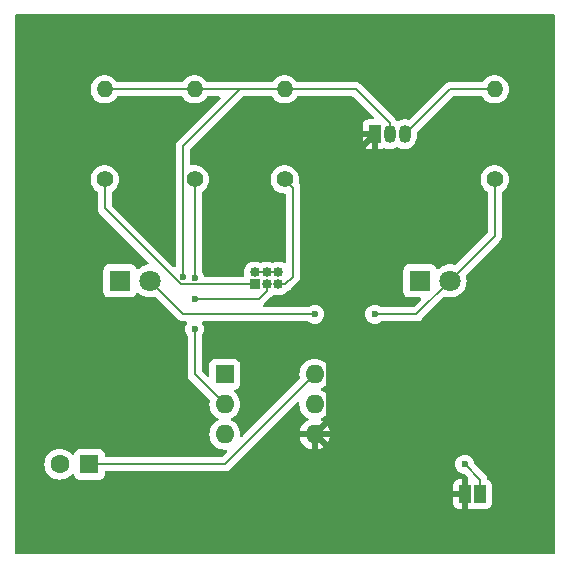
<source format=gbr>
%TF.GenerationSoftware,KiCad,Pcbnew,8.0.6*%
%TF.CreationDate,2025-05-05T14:00:36-04:00*%
%TF.ProjectId,blinkingLight,626c696e-6b69-46e6-974c-696768742e6b,rev?*%
%TF.SameCoordinates,Original*%
%TF.FileFunction,Copper,L1,Top*%
%TF.FilePolarity,Positive*%
%FSLAX46Y46*%
G04 Gerber Fmt 4.6, Leading zero omitted, Abs format (unit mm)*
G04 Created by KiCad (PCBNEW 8.0.6) date 2025-05-05 14:00:36*
%MOMM*%
%LPD*%
G01*
G04 APERTURE LIST*
%TA.AperFunction,ComponentPad*%
%ADD10R,1.600000X1.600000*%
%TD*%
%TA.AperFunction,ComponentPad*%
%ADD11C,1.600000*%
%TD*%
%TA.AperFunction,ComponentPad*%
%ADD12C,1.400000*%
%TD*%
%TA.AperFunction,ComponentPad*%
%ADD13O,1.400000X1.400000*%
%TD*%
%TA.AperFunction,ComponentPad*%
%ADD14R,0.850000X0.850000*%
%TD*%
%TA.AperFunction,ComponentPad*%
%ADD15O,0.850000X0.850000*%
%TD*%
%TA.AperFunction,ComponentPad*%
%ADD16O,1.600000X1.600000*%
%TD*%
%TA.AperFunction,SMDPad,CuDef*%
%ADD17R,1.000000X1.500000*%
%TD*%
%TA.AperFunction,ComponentPad*%
%ADD18R,1.800000X1.800000*%
%TD*%
%TA.AperFunction,ComponentPad*%
%ADD19C,1.800000*%
%TD*%
%TA.AperFunction,ComponentPad*%
%ADD20R,1.050000X1.500000*%
%TD*%
%TA.AperFunction,ComponentPad*%
%ADD21O,1.050000X1.500000*%
%TD*%
%TA.AperFunction,ViaPad*%
%ADD22C,0.600000*%
%TD*%
%TA.AperFunction,Conductor*%
%ADD23C,0.200000*%
%TD*%
%TA.AperFunction,Conductor*%
%ADD24C,0.500000*%
%TD*%
G04 APERTURE END LIST*
D10*
%TO.P,C1,1*%
%TO.N,Net-(U1-THR)*%
X110450000Y-116840000D03*
D11*
%TO.P,C1,2*%
%TO.N,GND*%
X107950000Y-116840000D03*
%TD*%
D12*
%TO.P,R4,1*%
%TO.N,Net-(D1-A)*%
X144780000Y-92710000D03*
D13*
%TO.P,R4,2*%
%TO.N,Net-(Q1-E)*%
X144780000Y-85090000D03*
%TD*%
D12*
%TO.P,R1,1*%
%TO.N,Net-(J1-Pin_1)*%
X111760000Y-92710000D03*
D13*
%TO.P,R1,2*%
%TO.N,Net-(Q1-B)*%
X111760000Y-85090000D03*
%TD*%
D12*
%TO.P,R2,1*%
%TO.N,Net-(J1-Pin_3)*%
X119380000Y-92710000D03*
D13*
%TO.P,R2,2*%
%TO.N,Net-(Q1-B)*%
X119380000Y-85090000D03*
%TD*%
%TO.P,R3,2*%
%TO.N,Net-(Q1-B)*%
X127000000Y-85090000D03*
D12*
%TO.P,R3,1*%
%TO.N,Net-(J1-Pin_5)*%
X127000000Y-92710000D03*
%TD*%
D14*
%TO.P,J1,1,Pin_1*%
%TO.N,Net-(J1-Pin_1)*%
X124460000Y-101600000D03*
D15*
%TO.P,J1,2,Pin_2*%
%TO.N,Net-(J1-Pin_2)*%
X124460000Y-100600000D03*
%TO.P,J1,3,Pin_3*%
%TO.N,Net-(J1-Pin_3)*%
X125460000Y-101600000D03*
%TO.P,J1,4,Pin_4*%
%TO.N,Net-(J1-Pin_2)*%
X125460000Y-100600000D03*
%TO.P,J1,5,Pin_5*%
%TO.N,Net-(J1-Pin_5)*%
X126460000Y-101600000D03*
%TO.P,J1,6,Pin_6*%
%TO.N,Net-(J1-Pin_2)*%
X126460000Y-100600000D03*
%TD*%
D10*
%TO.P,U1,1,GND*%
%TO.N,GND*%
X121920000Y-109220000D03*
D16*
%TO.P,U1,2,TR*%
%TO.N,Net-(Q1-B)*%
X121920000Y-111760000D03*
%TO.P,U1,3,Q*%
%TO.N,Net-(J1-Pin_2)*%
X121920000Y-114300000D03*
%TO.P,U1,4,R*%
%TO.N,+9V*%
X129540000Y-114300000D03*
%TO.P,U1,5,CV*%
%TO.N,unconnected-(U1-CV-Pad5)*%
X129540000Y-111760000D03*
%TO.P,U1,6,THR*%
%TO.N,Net-(U1-THR)*%
X129540000Y-109220000D03*
%TD*%
D17*
%TO.P,J2,1,Pin_1*%
%TO.N,+9V*%
X142240000Y-119380000D03*
%TO.P,J2,2,Pin_2*%
%TO.N,GND*%
X143540000Y-119380000D03*
%TD*%
D18*
%TO.P,D1,1,K*%
%TO.N,GND*%
X113050000Y-101305000D03*
D19*
%TO.P,D1,2,A*%
%TO.N,Net-(D1-A)*%
X115590000Y-101305000D03*
%TD*%
D18*
%TO.P,D2,1,K*%
%TO.N,GND*%
X138450000Y-101305000D03*
D19*
%TO.P,D2,2,A*%
%TO.N,Net-(D1-A)*%
X140990000Y-101305000D03*
%TD*%
D20*
%TO.P,Q1,1,C*%
%TO.N,+9V*%
X134620000Y-88900000D03*
D21*
%TO.P,Q1,2,B*%
%TO.N,Net-(Q1-B)*%
X135890000Y-88900000D03*
%TO.P,Q1,3,E*%
%TO.N,Net-(Q1-E)*%
X137160000Y-88900000D03*
%TD*%
D22*
%TO.N,Net-(J1-Pin_3)*%
X119380000Y-102870000D03*
X119380000Y-101050000D03*
%TO.N,Net-(Q1-B)*%
X119380000Y-105410000D03*
X118380000Y-101000000D03*
%TO.N,GND*%
X142240000Y-116840000D03*
%TO.N,Net-(D1-A)*%
X129540000Y-104140000D03*
X134620000Y-104140000D03*
%TD*%
D23*
%TO.N,Net-(Q1-E)*%
X140970000Y-85090000D02*
X137160000Y-88900000D01*
X144780000Y-85090000D02*
X140970000Y-85090000D01*
%TO.N,Net-(D1-A)*%
X144780000Y-97515000D02*
X144780000Y-92710000D01*
X140990000Y-101305000D02*
X144780000Y-97515000D01*
%TO.N,Net-(J1-Pin_3)*%
X125460000Y-102201040D02*
X125460000Y-101600000D01*
X124791040Y-102870000D02*
X125460000Y-102201040D01*
X119380000Y-102870000D02*
X124791040Y-102870000D01*
X119380000Y-92710000D02*
X119380000Y-101050000D01*
%TO.N,Net-(J1-Pin_1)*%
X111760000Y-95157818D02*
X118202182Y-101600000D01*
X111760000Y-92710000D02*
X111760000Y-95157818D01*
X118202182Y-101600000D02*
X124460000Y-101600000D01*
%TO.N,Net-(Q1-B)*%
X111760000Y-85090000D02*
X127000000Y-85090000D01*
D24*
%TO.N,+9V*%
X130740000Y-92780000D02*
X134620000Y-88900000D01*
X130740000Y-113100000D02*
X130740000Y-92780000D01*
X129540000Y-114300000D02*
X130740000Y-113100000D01*
D23*
%TO.N,Net-(J1-Pin_5)*%
X127061040Y-101600000D02*
X126460000Y-101600000D01*
X127700000Y-100961040D02*
X127061040Y-101600000D01*
X127000000Y-92710000D02*
X127700000Y-93410000D01*
X127700000Y-93410000D02*
X127700000Y-100961040D01*
%TO.N,Net-(Q1-B)*%
X119380000Y-109220000D02*
X121920000Y-111760000D01*
X119380000Y-105410000D02*
X119380000Y-109220000D01*
X118380000Y-89900000D02*
X118380000Y-101000000D01*
X118380000Y-89900000D02*
X123190000Y-85090000D01*
X127000000Y-85090000D02*
X123190000Y-85090000D01*
X133030000Y-85090000D02*
X135890000Y-87950000D01*
X127000000Y-85090000D02*
X133030000Y-85090000D01*
X135890000Y-87950000D02*
X135890000Y-88900000D01*
%TO.N,Net-(U1-THR)*%
X110450000Y-116840000D02*
X121920000Y-116840000D01*
X121920000Y-116840000D02*
X129540000Y-109220000D01*
D24*
%TO.N,+9V*%
X134620000Y-119380000D02*
X129540000Y-114300000D01*
X142240000Y-119380000D02*
X134620000Y-119380000D01*
D23*
%TO.N,GND*%
X142240000Y-116840000D02*
X143540000Y-118140000D01*
X143540000Y-118140000D02*
X143540000Y-119380000D01*
%TO.N,Net-(J1-Pin_2)*%
X124460000Y-100600000D02*
X126460000Y-100600000D01*
%TO.N,Net-(D1-A)*%
X118425000Y-104140000D02*
X115590000Y-101305000D01*
X129540000Y-104140000D02*
X118425000Y-104140000D01*
X138155000Y-104140000D02*
X134620000Y-104140000D01*
X138155000Y-104140000D02*
X140990000Y-101305000D01*
%TD*%
%TA.AperFunction,Conductor*%
%TO.N,+9V*%
G36*
X149803039Y-78759685D02*
G01*
X149848794Y-78812489D01*
X149860000Y-78864000D01*
X149860000Y-124336000D01*
X149840315Y-124403039D01*
X149787511Y-124448794D01*
X149736000Y-124460000D01*
X104264000Y-124460000D01*
X104196961Y-124440315D01*
X104151206Y-124387511D01*
X104140000Y-124336000D01*
X104140000Y-120177844D01*
X141240000Y-120177844D01*
X141246401Y-120237372D01*
X141246403Y-120237379D01*
X141296645Y-120372086D01*
X141296649Y-120372093D01*
X141382809Y-120487187D01*
X141382812Y-120487190D01*
X141497906Y-120573350D01*
X141497913Y-120573354D01*
X141632620Y-120623596D01*
X141632627Y-120623598D01*
X141692155Y-120629999D01*
X141692172Y-120630000D01*
X141990000Y-120630000D01*
X141990000Y-119630000D01*
X141240000Y-119630000D01*
X141240000Y-120177844D01*
X104140000Y-120177844D01*
X104140000Y-118582155D01*
X141240000Y-118582155D01*
X141240000Y-119130000D01*
X141990000Y-119130000D01*
X141990000Y-118130000D01*
X141692155Y-118130000D01*
X141632627Y-118136401D01*
X141632620Y-118136403D01*
X141497913Y-118186645D01*
X141497906Y-118186649D01*
X141382812Y-118272809D01*
X141382809Y-118272812D01*
X141296649Y-118387906D01*
X141296645Y-118387913D01*
X141246403Y-118522620D01*
X141246401Y-118522627D01*
X141240000Y-118582155D01*
X104140000Y-118582155D01*
X104140000Y-116839998D01*
X106644532Y-116839998D01*
X106644532Y-116840001D01*
X106664364Y-117066686D01*
X106664366Y-117066697D01*
X106723258Y-117286488D01*
X106723261Y-117286497D01*
X106819431Y-117492732D01*
X106819432Y-117492734D01*
X106949954Y-117679141D01*
X107110858Y-117840045D01*
X107110861Y-117840047D01*
X107297266Y-117970568D01*
X107503504Y-118066739D01*
X107503509Y-118066740D01*
X107503511Y-118066741D01*
X107545348Y-118077951D01*
X107723308Y-118125635D01*
X107885230Y-118139801D01*
X107949998Y-118145468D01*
X107950000Y-118145468D01*
X107950002Y-118145468D01*
X108006807Y-118140498D01*
X108176692Y-118125635D01*
X108396496Y-118066739D01*
X108602734Y-117970568D01*
X108789139Y-117840047D01*
X108946274Y-117682911D01*
X109007596Y-117649428D01*
X109077287Y-117654412D01*
X109133221Y-117696283D01*
X109154629Y-117742070D01*
X109155908Y-117747480D01*
X109206202Y-117882328D01*
X109206206Y-117882335D01*
X109292452Y-117997544D01*
X109292455Y-117997547D01*
X109407664Y-118083793D01*
X109407671Y-118083797D01*
X109542517Y-118134091D01*
X109542516Y-118134091D01*
X109549444Y-118134835D01*
X109602127Y-118140500D01*
X111297872Y-118140499D01*
X111357483Y-118134091D01*
X111492331Y-118083796D01*
X111607546Y-117997546D01*
X111693796Y-117882331D01*
X111744091Y-117747483D01*
X111750500Y-117687873D01*
X111750500Y-117564500D01*
X111770185Y-117497461D01*
X111822989Y-117451706D01*
X111874500Y-117440500D01*
X121833331Y-117440500D01*
X121833347Y-117440501D01*
X121840943Y-117440501D01*
X121999054Y-117440501D01*
X121999057Y-117440501D01*
X122151785Y-117399577D01*
X122201904Y-117370639D01*
X122288716Y-117320520D01*
X122400520Y-117208716D01*
X122400520Y-117208714D01*
X122410728Y-117198507D01*
X122410730Y-117198504D01*
X122769238Y-116839996D01*
X141434435Y-116839996D01*
X141434435Y-116840003D01*
X141454630Y-117019249D01*
X141454631Y-117019254D01*
X141514211Y-117189523D01*
X141610184Y-117342262D01*
X141737738Y-117469816D01*
X141890478Y-117565789D01*
X142060745Y-117625368D01*
X142147669Y-117635161D01*
X142212080Y-117662226D01*
X142221465Y-117670700D01*
X142497701Y-117946936D01*
X142531186Y-118008259D01*
X142526202Y-118077951D01*
X142497702Y-118122297D01*
X142490000Y-118129999D01*
X142490000Y-120630000D01*
X142787828Y-120630000D01*
X142787844Y-120629999D01*
X142847375Y-120623598D01*
X142854926Y-120621814D01*
X142855315Y-120623462D01*
X142915624Y-120619140D01*
X142932387Y-120624060D01*
X142932512Y-120624089D01*
X142932517Y-120624091D01*
X142992127Y-120630500D01*
X144087872Y-120630499D01*
X144147483Y-120624091D01*
X144282331Y-120573796D01*
X144397546Y-120487546D01*
X144483796Y-120372331D01*
X144534091Y-120237483D01*
X144540500Y-120177873D01*
X144540499Y-118582128D01*
X144534091Y-118522517D01*
X144483884Y-118387906D01*
X144483797Y-118387671D01*
X144483793Y-118387664D01*
X144397547Y-118272455D01*
X144397544Y-118272452D01*
X144282335Y-118186206D01*
X144282330Y-118186203D01*
X144220390Y-118163101D01*
X144164457Y-118121229D01*
X144143054Y-118068672D01*
X144142604Y-118068793D01*
X144141643Y-118065208D01*
X144140784Y-118063098D01*
X144140501Y-118060948D01*
X144140501Y-118060943D01*
X144099577Y-117908216D01*
X144084635Y-117882335D01*
X144020524Y-117771290D01*
X144020518Y-117771282D01*
X143569755Y-117320519D01*
X143070699Y-116821464D01*
X143037215Y-116760142D01*
X143035163Y-116747686D01*
X143025368Y-116660745D01*
X142965789Y-116490478D01*
X142869816Y-116337738D01*
X142742262Y-116210184D01*
X142673553Y-116167011D01*
X142589523Y-116114211D01*
X142419254Y-116054631D01*
X142419249Y-116054630D01*
X142240004Y-116034435D01*
X142239996Y-116034435D01*
X142060750Y-116054630D01*
X142060745Y-116054631D01*
X141890476Y-116114211D01*
X141737737Y-116210184D01*
X141610184Y-116337737D01*
X141514211Y-116490476D01*
X141454631Y-116660745D01*
X141454630Y-116660750D01*
X141434435Y-116839996D01*
X122769238Y-116839996D01*
X128030573Y-111578660D01*
X128091894Y-111545177D01*
X128161586Y-111550161D01*
X128217519Y-111592033D01*
X128241936Y-111657497D01*
X128241780Y-111677150D01*
X128234532Y-111759997D01*
X128234532Y-111760001D01*
X128254364Y-111986686D01*
X128254366Y-111986697D01*
X128313258Y-112206488D01*
X128313261Y-112206497D01*
X128409431Y-112412732D01*
X128409432Y-112412734D01*
X128539954Y-112599141D01*
X128700858Y-112760045D01*
X128700861Y-112760047D01*
X128887266Y-112890568D01*
X128945865Y-112917893D01*
X128998305Y-112964065D01*
X129017457Y-113031258D01*
X128997242Y-113098139D01*
X128945867Y-113142657D01*
X128887515Y-113169867D01*
X128701179Y-113300342D01*
X128540342Y-113461179D01*
X128409865Y-113647517D01*
X128313734Y-113853673D01*
X128313730Y-113853682D01*
X128261127Y-114049999D01*
X128261128Y-114050000D01*
X129224314Y-114050000D01*
X129219920Y-114054394D01*
X129167259Y-114145606D01*
X129140000Y-114247339D01*
X129140000Y-114352661D01*
X129167259Y-114454394D01*
X129219920Y-114545606D01*
X129224314Y-114550000D01*
X128261128Y-114550000D01*
X128313730Y-114746317D01*
X128313734Y-114746326D01*
X128409865Y-114952482D01*
X128540342Y-115138820D01*
X128701179Y-115299657D01*
X128887517Y-115430134D01*
X129093673Y-115526265D01*
X129093682Y-115526269D01*
X129289999Y-115578872D01*
X129290000Y-115578871D01*
X129290000Y-114615686D01*
X129294394Y-114620080D01*
X129385606Y-114672741D01*
X129487339Y-114700000D01*
X129592661Y-114700000D01*
X129694394Y-114672741D01*
X129785606Y-114620080D01*
X129790000Y-114615686D01*
X129790000Y-115578872D01*
X129986317Y-115526269D01*
X129986326Y-115526265D01*
X130192482Y-115430134D01*
X130378820Y-115299657D01*
X130539657Y-115138820D01*
X130670134Y-114952482D01*
X130766265Y-114746326D01*
X130766269Y-114746317D01*
X130818872Y-114550000D01*
X129855686Y-114550000D01*
X129860080Y-114545606D01*
X129912741Y-114454394D01*
X129940000Y-114352661D01*
X129940000Y-114247339D01*
X129912741Y-114145606D01*
X129860080Y-114054394D01*
X129855686Y-114050000D01*
X130818872Y-114050000D01*
X130818872Y-114049999D01*
X130766269Y-113853682D01*
X130766265Y-113853673D01*
X130670134Y-113647517D01*
X130539657Y-113461179D01*
X130378820Y-113300342D01*
X130192482Y-113169865D01*
X130134133Y-113142657D01*
X130081694Y-113096484D01*
X130062542Y-113029291D01*
X130082758Y-112962410D01*
X130134129Y-112917895D01*
X130192734Y-112890568D01*
X130379139Y-112760047D01*
X130540047Y-112599139D01*
X130670568Y-112412734D01*
X130766739Y-112206496D01*
X130825635Y-111986692D01*
X130845468Y-111760000D01*
X130825635Y-111533308D01*
X130766739Y-111313504D01*
X130670568Y-111107266D01*
X130540047Y-110920861D01*
X130540045Y-110920858D01*
X130379141Y-110759954D01*
X130192734Y-110629432D01*
X130192728Y-110629429D01*
X130134725Y-110602382D01*
X130082285Y-110556210D01*
X130063133Y-110489017D01*
X130083348Y-110422135D01*
X130134725Y-110377618D01*
X130192734Y-110350568D01*
X130379139Y-110220047D01*
X130540047Y-110059139D01*
X130670568Y-109872734D01*
X130766739Y-109666496D01*
X130825635Y-109446692D01*
X130845468Y-109220000D01*
X130825635Y-108993308D01*
X130766739Y-108773504D01*
X130670568Y-108567266D01*
X130540047Y-108380861D01*
X130540045Y-108380858D01*
X130379141Y-108219954D01*
X130192734Y-108089432D01*
X130192732Y-108089431D01*
X129986497Y-107993261D01*
X129986488Y-107993258D01*
X129766697Y-107934366D01*
X129766693Y-107934365D01*
X129766692Y-107934365D01*
X129766691Y-107934364D01*
X129766686Y-107934364D01*
X129540002Y-107914532D01*
X129539998Y-107914532D01*
X129313313Y-107934364D01*
X129313302Y-107934366D01*
X129093511Y-107993258D01*
X129093502Y-107993261D01*
X128887267Y-108089431D01*
X128887265Y-108089432D01*
X128700858Y-108219954D01*
X128539954Y-108380858D01*
X128409432Y-108567265D01*
X128409431Y-108567267D01*
X128313261Y-108773502D01*
X128313258Y-108773511D01*
X128254366Y-108993302D01*
X128254364Y-108993313D01*
X128234532Y-109219998D01*
X128234532Y-109220001D01*
X128254364Y-109446686D01*
X128254366Y-109446697D01*
X128280152Y-109542931D01*
X128278489Y-109612781D01*
X128248058Y-109662705D01*
X123429428Y-114481335D01*
X123368105Y-114514820D01*
X123298413Y-114509836D01*
X123242480Y-114467964D01*
X123218063Y-114402500D01*
X123218218Y-114382857D01*
X123225468Y-114300000D01*
X123205635Y-114073308D01*
X123146739Y-113853504D01*
X123050568Y-113647266D01*
X122920047Y-113460861D01*
X122920045Y-113460858D01*
X122759141Y-113299954D01*
X122572734Y-113169432D01*
X122572728Y-113169429D01*
X122514725Y-113142382D01*
X122462285Y-113096210D01*
X122443133Y-113029017D01*
X122463348Y-112962135D01*
X122514725Y-112917618D01*
X122572734Y-112890568D01*
X122759139Y-112760047D01*
X122920047Y-112599139D01*
X123050568Y-112412734D01*
X123146739Y-112206496D01*
X123205635Y-111986692D01*
X123225468Y-111760000D01*
X123205635Y-111533308D01*
X123146739Y-111313504D01*
X123050568Y-111107266D01*
X122920047Y-110920861D01*
X122920045Y-110920858D01*
X122759143Y-110759956D01*
X122734536Y-110742726D01*
X122690912Y-110688149D01*
X122683719Y-110618650D01*
X122715241Y-110556296D01*
X122775471Y-110520882D01*
X122792404Y-110517861D01*
X122827483Y-110514091D01*
X122962331Y-110463796D01*
X123077546Y-110377546D01*
X123163796Y-110262331D01*
X123214091Y-110127483D01*
X123220500Y-110067873D01*
X123220499Y-108372128D01*
X123214091Y-108312517D01*
X123179567Y-108219954D01*
X123163797Y-108177671D01*
X123163793Y-108177664D01*
X123077547Y-108062455D01*
X123077544Y-108062452D01*
X122962335Y-107976206D01*
X122962328Y-107976202D01*
X122827482Y-107925908D01*
X122827483Y-107925908D01*
X122767883Y-107919501D01*
X122767881Y-107919500D01*
X122767873Y-107919500D01*
X122767864Y-107919500D01*
X121072129Y-107919500D01*
X121072123Y-107919501D01*
X121012516Y-107925908D01*
X120877671Y-107976202D01*
X120877664Y-107976206D01*
X120762455Y-108062452D01*
X120762452Y-108062455D01*
X120676206Y-108177664D01*
X120676202Y-108177671D01*
X120625908Y-108312517D01*
X120619501Y-108372116D01*
X120619501Y-108372123D01*
X120619500Y-108372135D01*
X120619500Y-109310903D01*
X120599815Y-109377942D01*
X120547011Y-109423697D01*
X120477853Y-109433641D01*
X120414297Y-109404616D01*
X120407819Y-109398584D01*
X120016819Y-109007584D01*
X119983334Y-108946261D01*
X119980500Y-108919903D01*
X119980500Y-105992412D01*
X120000185Y-105925373D01*
X120007555Y-105915097D01*
X120009810Y-105912267D01*
X120009816Y-105912262D01*
X120105789Y-105759522D01*
X120165368Y-105589255D01*
X120185565Y-105410000D01*
X120165368Y-105230745D01*
X120105789Y-105060478D01*
X120105788Y-105060476D01*
X120024101Y-104930472D01*
X120005101Y-104863235D01*
X120025469Y-104796400D01*
X120078737Y-104751186D01*
X120129095Y-104740500D01*
X128957588Y-104740500D01*
X129024627Y-104760185D01*
X129034903Y-104767555D01*
X129037736Y-104769814D01*
X129037738Y-104769816D01*
X129190478Y-104865789D01*
X129360745Y-104925368D01*
X129360750Y-104925369D01*
X129539996Y-104945565D01*
X129540000Y-104945565D01*
X129540004Y-104945565D01*
X129719249Y-104925369D01*
X129719252Y-104925368D01*
X129719255Y-104925368D01*
X129889522Y-104865789D01*
X130042262Y-104769816D01*
X130169816Y-104642262D01*
X130265789Y-104489522D01*
X130325368Y-104319255D01*
X130345565Y-104140000D01*
X130345565Y-104139996D01*
X133814435Y-104139996D01*
X133814435Y-104140003D01*
X133834630Y-104319249D01*
X133834631Y-104319254D01*
X133894211Y-104489523D01*
X133976523Y-104620521D01*
X133990184Y-104642262D01*
X134117738Y-104769816D01*
X134270478Y-104865789D01*
X134440745Y-104925368D01*
X134440750Y-104925369D01*
X134619996Y-104945565D01*
X134620000Y-104945565D01*
X134620004Y-104945565D01*
X134799249Y-104925369D01*
X134799252Y-104925368D01*
X134799255Y-104925368D01*
X134969522Y-104865789D01*
X135122262Y-104769816D01*
X135122267Y-104769810D01*
X135125097Y-104767555D01*
X135127275Y-104766665D01*
X135128158Y-104766111D01*
X135128255Y-104766265D01*
X135189783Y-104741145D01*
X135202412Y-104740500D01*
X138068331Y-104740500D01*
X138068347Y-104740501D01*
X138075943Y-104740501D01*
X138234054Y-104740501D01*
X138234057Y-104740501D01*
X138386785Y-104699577D01*
X138436904Y-104670639D01*
X138523716Y-104620520D01*
X138635520Y-104508716D01*
X138635520Y-104508714D01*
X138645728Y-104498507D01*
X138645730Y-104498504D01*
X140465160Y-102679073D01*
X140526481Y-102645590D01*
X140593102Y-102649474D01*
X140645019Y-102667298D01*
X140873951Y-102705500D01*
X140873952Y-102705500D01*
X141106048Y-102705500D01*
X141106049Y-102705500D01*
X141334981Y-102667298D01*
X141554503Y-102591936D01*
X141758626Y-102481470D01*
X141792011Y-102455486D01*
X141855690Y-102405922D01*
X141941784Y-102338913D01*
X142098979Y-102168153D01*
X142225924Y-101973849D01*
X142319157Y-101761300D01*
X142376134Y-101536305D01*
X142376135Y-101536297D01*
X142395300Y-101305006D01*
X142395300Y-101304993D01*
X142376135Y-101073702D01*
X142376131Y-101073682D01*
X142331680Y-100898151D01*
X142334304Y-100828331D01*
X142364202Y-100780031D01*
X145138506Y-98005728D01*
X145138511Y-98005724D01*
X145148714Y-97995520D01*
X145148716Y-97995520D01*
X145260520Y-97883716D01*
X145339577Y-97746784D01*
X145380500Y-97594057D01*
X145380500Y-93819244D01*
X145400185Y-93752205D01*
X145439220Y-93713819D01*
X145506562Y-93672124D01*
X145670981Y-93522236D01*
X145805058Y-93344689D01*
X145904229Y-93145528D01*
X145965115Y-92931536D01*
X145985643Y-92710000D01*
X145965115Y-92488464D01*
X145904229Y-92274472D01*
X145904224Y-92274461D01*
X145805061Y-92075316D01*
X145805056Y-92075308D01*
X145670979Y-91897761D01*
X145506562Y-91747876D01*
X145506560Y-91747874D01*
X145317404Y-91630754D01*
X145317398Y-91630752D01*
X145109940Y-91550382D01*
X144891243Y-91509500D01*
X144668757Y-91509500D01*
X144450060Y-91550382D01*
X144380502Y-91577329D01*
X144242601Y-91630752D01*
X144242595Y-91630754D01*
X144053439Y-91747874D01*
X144053437Y-91747876D01*
X143889020Y-91897761D01*
X143754943Y-92075308D01*
X143754938Y-92075316D01*
X143655775Y-92274461D01*
X143655769Y-92274476D01*
X143594885Y-92488462D01*
X143594884Y-92488464D01*
X143574357Y-92709999D01*
X143574357Y-92710000D01*
X143594884Y-92931535D01*
X143594885Y-92931537D01*
X143655769Y-93145523D01*
X143655775Y-93145538D01*
X143754938Y-93344683D01*
X143754943Y-93344691D01*
X143889020Y-93522238D01*
X144053433Y-93672120D01*
X144053435Y-93672121D01*
X144053438Y-93672124D01*
X144120778Y-93713818D01*
X144167412Y-93765843D01*
X144179500Y-93819244D01*
X144179500Y-97214902D01*
X144159815Y-97281941D01*
X144143181Y-97302583D01*
X141514840Y-99930923D01*
X141453517Y-99964408D01*
X141386898Y-99960524D01*
X141334981Y-99942702D01*
X141241471Y-99927098D01*
X141106049Y-99904500D01*
X140873951Y-99904500D01*
X140850394Y-99908431D01*
X140645015Y-99942702D01*
X140425504Y-100018061D01*
X140425495Y-100018064D01*
X140221371Y-100128531D01*
X140221365Y-100128535D01*
X140038222Y-100271081D01*
X140038218Y-100271085D01*
X140029866Y-100280158D01*
X139969979Y-100316148D01*
X139900141Y-100314047D01*
X139842525Y-100274522D01*
X139822455Y-100239507D01*
X139793797Y-100162671D01*
X139793793Y-100162664D01*
X139707547Y-100047455D01*
X139707544Y-100047452D01*
X139592335Y-99961206D01*
X139592328Y-99961202D01*
X139457482Y-99910908D01*
X139457483Y-99910908D01*
X139397883Y-99904501D01*
X139397881Y-99904500D01*
X139397873Y-99904500D01*
X139397864Y-99904500D01*
X137502129Y-99904500D01*
X137502123Y-99904501D01*
X137442516Y-99910908D01*
X137307671Y-99961202D01*
X137307664Y-99961206D01*
X137192455Y-100047452D01*
X137192452Y-100047455D01*
X137106206Y-100162664D01*
X137106202Y-100162671D01*
X137055908Y-100297517D01*
X137049501Y-100357116D01*
X137049500Y-100357135D01*
X137049500Y-102252870D01*
X137049501Y-102252876D01*
X137055908Y-102312483D01*
X137106202Y-102447328D01*
X137106206Y-102447335D01*
X137192452Y-102562544D01*
X137192455Y-102562547D01*
X137307664Y-102648793D01*
X137307671Y-102648797D01*
X137442517Y-102699091D01*
X137442516Y-102699091D01*
X137449444Y-102699835D01*
X137502127Y-102705500D01*
X138440903Y-102705499D01*
X138507942Y-102725183D01*
X138553697Y-102777987D01*
X138563641Y-102847146D01*
X138534616Y-102910702D01*
X138528584Y-102917180D01*
X137942584Y-103503181D01*
X137881261Y-103536666D01*
X137854903Y-103539500D01*
X135202412Y-103539500D01*
X135135373Y-103519815D01*
X135125097Y-103512445D01*
X135122263Y-103510185D01*
X135122262Y-103510184D01*
X135053553Y-103467011D01*
X134969523Y-103414211D01*
X134799254Y-103354631D01*
X134799249Y-103354630D01*
X134620004Y-103334435D01*
X134619996Y-103334435D01*
X134440750Y-103354630D01*
X134440745Y-103354631D01*
X134270476Y-103414211D01*
X134117737Y-103510184D01*
X133990184Y-103637737D01*
X133894211Y-103790476D01*
X133834631Y-103960745D01*
X133834630Y-103960750D01*
X133814435Y-104139996D01*
X130345565Y-104139996D01*
X130325368Y-103960745D01*
X130265789Y-103790478D01*
X130169816Y-103637738D01*
X130042262Y-103510184D01*
X130031117Y-103503181D01*
X129889523Y-103414211D01*
X129719254Y-103354631D01*
X129719249Y-103354630D01*
X129540004Y-103334435D01*
X129539996Y-103334435D01*
X129360750Y-103354630D01*
X129360745Y-103354631D01*
X129190476Y-103414211D01*
X129037736Y-103510185D01*
X129034903Y-103512445D01*
X129032724Y-103513334D01*
X129031842Y-103513889D01*
X129031744Y-103513734D01*
X128970217Y-103538855D01*
X128957588Y-103539500D01*
X125270139Y-103539500D01*
X125203100Y-103519815D01*
X125157345Y-103467011D01*
X125147401Y-103397853D01*
X125176426Y-103334297D01*
X125182457Y-103327819D01*
X125212735Y-103297541D01*
X125271560Y-103238716D01*
X125271560Y-103238714D01*
X125281768Y-103228507D01*
X125281770Y-103228504D01*
X125818506Y-102691768D01*
X125818511Y-102691764D01*
X125828714Y-102681560D01*
X125828716Y-102681560D01*
X125940520Y-102569756D01*
X125971021Y-102516925D01*
X126021586Y-102468710D01*
X126090193Y-102455486D01*
X126128840Y-102465644D01*
X126172429Y-102485051D01*
X126362726Y-102525500D01*
X126557274Y-102525500D01*
X126747571Y-102485051D01*
X126925299Y-102405922D01*
X127082692Y-102291569D01*
X127147933Y-102219110D01*
X127207417Y-102182463D01*
X127207817Y-102182354D01*
X127292825Y-102159577D01*
X127357939Y-102121983D01*
X127429756Y-102080520D01*
X127541560Y-101968716D01*
X127541560Y-101968714D01*
X127551764Y-101958511D01*
X127551768Y-101958506D01*
X128058506Y-101451768D01*
X128058511Y-101451764D01*
X128068714Y-101441560D01*
X128068716Y-101441560D01*
X128180520Y-101329756D01*
X128243026Y-101221492D01*
X128259577Y-101192825D01*
X128300501Y-101040097D01*
X128300501Y-100881983D01*
X128300501Y-100874388D01*
X128300500Y-100874370D01*
X128300500Y-93330945D01*
X128300500Y-93330943D01*
X128259577Y-93178216D01*
X128188921Y-93055836D01*
X128172449Y-92987936D01*
X128177043Y-92959904D01*
X128185115Y-92931536D01*
X128205643Y-92710000D01*
X128185115Y-92488464D01*
X128124229Y-92274472D01*
X128124224Y-92274461D01*
X128025061Y-92075316D01*
X128025056Y-92075308D01*
X127890979Y-91897761D01*
X127726562Y-91747876D01*
X127726560Y-91747874D01*
X127537404Y-91630754D01*
X127537398Y-91630752D01*
X127329940Y-91550382D01*
X127111243Y-91509500D01*
X126888757Y-91509500D01*
X126670060Y-91550382D01*
X126600502Y-91577329D01*
X126462601Y-91630752D01*
X126462595Y-91630754D01*
X126273439Y-91747874D01*
X126273437Y-91747876D01*
X126109020Y-91897761D01*
X125974943Y-92075308D01*
X125974938Y-92075316D01*
X125875775Y-92274461D01*
X125875769Y-92274476D01*
X125814885Y-92488462D01*
X125814884Y-92488464D01*
X125794357Y-92709999D01*
X125794357Y-92710000D01*
X125814884Y-92931535D01*
X125814885Y-92931537D01*
X125875769Y-93145523D01*
X125875775Y-93145538D01*
X125974938Y-93344683D01*
X125974943Y-93344691D01*
X126109020Y-93522238D01*
X126273437Y-93672123D01*
X126273439Y-93672125D01*
X126462595Y-93789245D01*
X126462596Y-93789245D01*
X126462599Y-93789247D01*
X126670060Y-93869618D01*
X126888757Y-93910500D01*
X126975500Y-93910500D01*
X127042539Y-93930185D01*
X127088294Y-93982989D01*
X127099500Y-94034500D01*
X127099500Y-99680693D01*
X127079815Y-99747732D01*
X127027011Y-99793487D01*
X126957853Y-99803431D01*
X126925066Y-99793973D01*
X126747572Y-99714949D01*
X126747569Y-99714948D01*
X126557274Y-99674500D01*
X126362726Y-99674500D01*
X126172430Y-99714948D01*
X126172427Y-99714949D01*
X126010434Y-99787072D01*
X125941184Y-99796356D01*
X125909566Y-99787072D01*
X125747572Y-99714949D01*
X125747569Y-99714948D01*
X125557274Y-99674500D01*
X125362726Y-99674500D01*
X125172430Y-99714948D01*
X125172427Y-99714949D01*
X125010434Y-99787072D01*
X124941184Y-99796356D01*
X124909566Y-99787072D01*
X124747572Y-99714949D01*
X124747569Y-99714948D01*
X124557274Y-99674500D01*
X124362726Y-99674500D01*
X124172431Y-99714948D01*
X123994702Y-99794076D01*
X123837305Y-99908433D01*
X123837302Y-99908435D01*
X123707129Y-100053009D01*
X123609857Y-100221488D01*
X123609856Y-100221489D01*
X123549738Y-100406516D01*
X123529402Y-100599999D01*
X123549738Y-100793483D01*
X123549740Y-100793488D01*
X123563937Y-100837183D01*
X123565932Y-100907024D01*
X123529851Y-100966856D01*
X123467150Y-100997684D01*
X123446006Y-100999500D01*
X120290689Y-100999500D01*
X120223650Y-100979815D01*
X120177895Y-100927011D01*
X120167469Y-100889385D01*
X120165369Y-100870749D01*
X120165368Y-100870745D01*
X120153624Y-100837183D01*
X120105789Y-100700478D01*
X120009816Y-100547738D01*
X120009814Y-100547736D01*
X120009813Y-100547734D01*
X120007550Y-100544896D01*
X120006659Y-100542715D01*
X120006111Y-100541842D01*
X120006264Y-100541745D01*
X119981144Y-100480209D01*
X119980500Y-100467587D01*
X119980500Y-93819244D01*
X120000185Y-93752205D01*
X120039220Y-93713819D01*
X120106562Y-93672124D01*
X120270981Y-93522236D01*
X120405058Y-93344689D01*
X120504229Y-93145528D01*
X120565115Y-92931536D01*
X120585643Y-92710000D01*
X120565115Y-92488464D01*
X120504229Y-92274472D01*
X120504224Y-92274461D01*
X120405061Y-92075316D01*
X120405056Y-92075308D01*
X120270979Y-91897761D01*
X120106562Y-91747876D01*
X120106560Y-91747874D01*
X119917404Y-91630754D01*
X119917398Y-91630752D01*
X119709940Y-91550382D01*
X119491243Y-91509500D01*
X119268757Y-91509500D01*
X119127285Y-91535946D01*
X119057770Y-91528915D01*
X119003091Y-91485417D01*
X118980609Y-91419263D01*
X118980500Y-91414057D01*
X118980500Y-90200097D01*
X119000185Y-90133058D01*
X119016819Y-90112416D01*
X123402416Y-85726819D01*
X123463739Y-85693334D01*
X123490097Y-85690500D01*
X125887379Y-85690500D01*
X125954418Y-85710185D01*
X125986333Y-85739773D01*
X126109020Y-85902238D01*
X126273437Y-86052123D01*
X126273439Y-86052125D01*
X126462595Y-86169245D01*
X126462596Y-86169245D01*
X126462599Y-86169247D01*
X126670060Y-86249618D01*
X126888757Y-86290500D01*
X126888759Y-86290500D01*
X127111241Y-86290500D01*
X127111243Y-86290500D01*
X127329940Y-86249618D01*
X127537401Y-86169247D01*
X127726562Y-86052124D01*
X127890981Y-85902236D01*
X128013667Y-85739772D01*
X128069776Y-85698137D01*
X128112621Y-85690500D01*
X132729903Y-85690500D01*
X132796942Y-85710185D01*
X132817584Y-85726819D01*
X134529084Y-87438319D01*
X134562569Y-87499642D01*
X134557585Y-87569334D01*
X134515713Y-87625267D01*
X134450249Y-87649684D01*
X134441403Y-87650000D01*
X134047155Y-87650000D01*
X133987627Y-87656401D01*
X133987620Y-87656403D01*
X133852913Y-87706645D01*
X133852906Y-87706649D01*
X133737812Y-87792809D01*
X133737809Y-87792812D01*
X133651649Y-87907906D01*
X133651645Y-87907913D01*
X133601403Y-88042620D01*
X133601401Y-88042627D01*
X133595000Y-88102155D01*
X133595000Y-88650000D01*
X134339670Y-88650000D01*
X134319925Y-88669745D01*
X134270556Y-88755255D01*
X134245000Y-88850630D01*
X134245000Y-88949370D01*
X134270556Y-89044745D01*
X134319925Y-89130255D01*
X134339670Y-89150000D01*
X133595000Y-89150000D01*
X133595000Y-89697844D01*
X133601401Y-89757372D01*
X133601403Y-89757379D01*
X133651645Y-89892086D01*
X133651649Y-89892093D01*
X133737809Y-90007187D01*
X133737812Y-90007190D01*
X133852906Y-90093350D01*
X133852913Y-90093354D01*
X133987620Y-90143596D01*
X133987627Y-90143598D01*
X134047155Y-90149999D01*
X134047172Y-90150000D01*
X134370000Y-90150000D01*
X134370000Y-89180330D01*
X134389745Y-89200075D01*
X134475255Y-89249444D01*
X134570630Y-89275000D01*
X134669370Y-89275000D01*
X134764745Y-89249444D01*
X134850255Y-89200075D01*
X134864500Y-89185830D01*
X134864500Y-89226002D01*
X134867617Y-89241671D01*
X134870000Y-89265865D01*
X134870000Y-90150000D01*
X135192828Y-90150000D01*
X135192844Y-90149999D01*
X135252372Y-90143598D01*
X135252376Y-90143597D01*
X135387089Y-90093352D01*
X135387896Y-90092748D01*
X135388845Y-90092393D01*
X135394876Y-90089101D01*
X135395349Y-90089967D01*
X135453360Y-90068329D01*
X135509661Y-90077451D01*
X135590873Y-90111091D01*
X135754288Y-90143596D01*
X135788992Y-90150499D01*
X135788996Y-90150500D01*
X135788997Y-90150500D01*
X135991004Y-90150500D01*
X135991005Y-90150499D01*
X136189127Y-90111091D01*
X136375756Y-90033786D01*
X136456110Y-89980094D01*
X136522786Y-89959217D01*
X136590166Y-89977701D01*
X136593865Y-89980078D01*
X136674244Y-90033786D01*
X136860873Y-90111091D01*
X137024288Y-90143596D01*
X137058992Y-90150499D01*
X137058996Y-90150500D01*
X137058997Y-90150500D01*
X137261004Y-90150500D01*
X137261005Y-90150499D01*
X137459127Y-90111091D01*
X137645756Y-90033786D01*
X137813718Y-89921558D01*
X137956558Y-89778718D01*
X138068786Y-89610756D01*
X138146091Y-89424127D01*
X138185500Y-89226003D01*
X138185500Y-88775097D01*
X138205185Y-88708058D01*
X138221819Y-88687416D01*
X141182417Y-85726819D01*
X141243740Y-85693334D01*
X141270098Y-85690500D01*
X143667379Y-85690500D01*
X143734418Y-85710185D01*
X143766333Y-85739773D01*
X143889020Y-85902238D01*
X144053437Y-86052123D01*
X144053439Y-86052125D01*
X144242595Y-86169245D01*
X144242596Y-86169245D01*
X144242599Y-86169247D01*
X144450060Y-86249618D01*
X144668757Y-86290500D01*
X144668759Y-86290500D01*
X144891241Y-86290500D01*
X144891243Y-86290500D01*
X145109940Y-86249618D01*
X145317401Y-86169247D01*
X145506562Y-86052124D01*
X145670981Y-85902236D01*
X145805058Y-85724689D01*
X145904229Y-85525528D01*
X145965115Y-85311536D01*
X145985643Y-85090000D01*
X145965115Y-84868464D01*
X145904229Y-84654472D01*
X145881825Y-84609479D01*
X145805061Y-84455316D01*
X145805056Y-84455308D01*
X145670979Y-84277761D01*
X145506562Y-84127876D01*
X145506560Y-84127874D01*
X145317404Y-84010754D01*
X145317398Y-84010752D01*
X145109940Y-83930382D01*
X144891243Y-83889500D01*
X144668757Y-83889500D01*
X144450060Y-83930382D01*
X144318864Y-83981207D01*
X144242601Y-84010752D01*
X144242595Y-84010754D01*
X144053439Y-84127874D01*
X144053437Y-84127876D01*
X143889020Y-84277761D01*
X143766333Y-84440227D01*
X143710224Y-84481863D01*
X143667379Y-84489500D01*
X141056670Y-84489500D01*
X141056654Y-84489499D01*
X141049058Y-84489499D01*
X140890943Y-84489499D01*
X140814579Y-84509961D01*
X140738214Y-84530423D01*
X140738209Y-84530426D01*
X140601290Y-84609475D01*
X140601282Y-84609481D01*
X137558313Y-87652449D01*
X137496990Y-87685934D01*
X137446441Y-87686385D01*
X137261007Y-87649500D01*
X137261003Y-87649500D01*
X137058997Y-87649500D01*
X137058992Y-87649500D01*
X136860880Y-87688907D01*
X136860872Y-87688909D01*
X136674243Y-87766214D01*
X136638478Y-87790111D01*
X136571801Y-87810988D01*
X136504421Y-87792503D01*
X136457731Y-87740523D01*
X136449814Y-87719101D01*
X136449577Y-87718215D01*
X136370520Y-87581284D01*
X133517589Y-84728354D01*
X133517588Y-84728352D01*
X133398717Y-84609481D01*
X133398716Y-84609480D01*
X133291948Y-84547838D01*
X133291947Y-84547837D01*
X133261783Y-84530422D01*
X133205881Y-84515443D01*
X133109057Y-84489499D01*
X132950943Y-84489499D01*
X132943347Y-84489499D01*
X132943331Y-84489500D01*
X128112621Y-84489500D01*
X128045582Y-84469815D01*
X128013667Y-84440227D01*
X127890979Y-84277761D01*
X127726562Y-84127876D01*
X127726560Y-84127874D01*
X127537404Y-84010754D01*
X127537398Y-84010752D01*
X127329940Y-83930382D01*
X127111243Y-83889500D01*
X126888757Y-83889500D01*
X126670060Y-83930382D01*
X126538864Y-83981207D01*
X126462601Y-84010752D01*
X126462595Y-84010754D01*
X126273439Y-84127874D01*
X126273437Y-84127876D01*
X126109020Y-84277761D01*
X125986333Y-84440227D01*
X125930224Y-84481863D01*
X125887379Y-84489500D01*
X120492621Y-84489500D01*
X120425582Y-84469815D01*
X120393667Y-84440227D01*
X120270979Y-84277761D01*
X120106562Y-84127876D01*
X120106560Y-84127874D01*
X119917404Y-84010754D01*
X119917398Y-84010752D01*
X119709940Y-83930382D01*
X119491243Y-83889500D01*
X119268757Y-83889500D01*
X119050060Y-83930382D01*
X118918864Y-83981207D01*
X118842601Y-84010752D01*
X118842595Y-84010754D01*
X118653439Y-84127874D01*
X118653437Y-84127876D01*
X118489020Y-84277761D01*
X118366333Y-84440227D01*
X118310224Y-84481863D01*
X118267379Y-84489500D01*
X112872621Y-84489500D01*
X112805582Y-84469815D01*
X112773667Y-84440227D01*
X112650979Y-84277761D01*
X112486562Y-84127876D01*
X112486560Y-84127874D01*
X112297404Y-84010754D01*
X112297398Y-84010752D01*
X112089940Y-83930382D01*
X111871243Y-83889500D01*
X111648757Y-83889500D01*
X111430060Y-83930382D01*
X111298864Y-83981207D01*
X111222601Y-84010752D01*
X111222595Y-84010754D01*
X111033439Y-84127874D01*
X111033437Y-84127876D01*
X110869020Y-84277761D01*
X110734943Y-84455308D01*
X110734938Y-84455316D01*
X110635775Y-84654461D01*
X110635769Y-84654476D01*
X110574885Y-84868462D01*
X110574884Y-84868464D01*
X110554357Y-85089999D01*
X110554357Y-85090000D01*
X110574884Y-85311535D01*
X110574885Y-85311537D01*
X110635769Y-85525523D01*
X110635775Y-85525538D01*
X110734938Y-85724683D01*
X110734943Y-85724691D01*
X110869020Y-85902238D01*
X111033437Y-86052123D01*
X111033439Y-86052125D01*
X111222595Y-86169245D01*
X111222596Y-86169245D01*
X111222599Y-86169247D01*
X111430060Y-86249618D01*
X111648757Y-86290500D01*
X111648759Y-86290500D01*
X111871241Y-86290500D01*
X111871243Y-86290500D01*
X112089940Y-86249618D01*
X112297401Y-86169247D01*
X112486562Y-86052124D01*
X112650981Y-85902236D01*
X112773667Y-85739772D01*
X112829776Y-85698137D01*
X112872621Y-85690500D01*
X118267379Y-85690500D01*
X118334418Y-85710185D01*
X118366333Y-85739773D01*
X118489020Y-85902238D01*
X118653437Y-86052123D01*
X118653439Y-86052125D01*
X118842595Y-86169245D01*
X118842596Y-86169245D01*
X118842599Y-86169247D01*
X119050060Y-86249618D01*
X119268757Y-86290500D01*
X119268759Y-86290500D01*
X119491241Y-86290500D01*
X119491243Y-86290500D01*
X119709940Y-86249618D01*
X119917401Y-86169247D01*
X120106562Y-86052124D01*
X120270981Y-85902236D01*
X120393667Y-85739772D01*
X120449776Y-85698137D01*
X120492621Y-85690500D01*
X121440903Y-85690500D01*
X121507942Y-85710185D01*
X121553697Y-85762989D01*
X121563641Y-85832147D01*
X121534616Y-85895703D01*
X121528584Y-85902180D01*
X119744830Y-87685934D01*
X118011286Y-89419478D01*
X117899481Y-89531282D01*
X117899475Y-89531290D01*
X117853597Y-89610755D01*
X117853597Y-89610756D01*
X117820423Y-89668215D01*
X117779499Y-89820943D01*
X117779499Y-89820945D01*
X117779499Y-89989046D01*
X117779500Y-89989059D01*
X117779500Y-100028721D01*
X117759815Y-100095760D01*
X117707011Y-100141515D01*
X117637853Y-100151459D01*
X117574297Y-100122434D01*
X117567819Y-100116402D01*
X112396819Y-94945402D01*
X112363334Y-94884079D01*
X112360500Y-94857721D01*
X112360500Y-93819244D01*
X112380185Y-93752205D01*
X112419220Y-93713819D01*
X112486562Y-93672124D01*
X112650981Y-93522236D01*
X112785058Y-93344689D01*
X112884229Y-93145528D01*
X112945115Y-92931536D01*
X112965643Y-92710000D01*
X112945115Y-92488464D01*
X112884229Y-92274472D01*
X112884224Y-92274461D01*
X112785061Y-92075316D01*
X112785056Y-92075308D01*
X112650979Y-91897761D01*
X112486562Y-91747876D01*
X112486560Y-91747874D01*
X112297404Y-91630754D01*
X112297398Y-91630752D01*
X112089940Y-91550382D01*
X111871243Y-91509500D01*
X111648757Y-91509500D01*
X111430060Y-91550382D01*
X111360502Y-91577329D01*
X111222601Y-91630752D01*
X111222595Y-91630754D01*
X111033439Y-91747874D01*
X111033437Y-91747876D01*
X110869020Y-91897761D01*
X110734943Y-92075308D01*
X110734938Y-92075316D01*
X110635775Y-92274461D01*
X110635769Y-92274476D01*
X110574885Y-92488462D01*
X110574884Y-92488464D01*
X110554357Y-92709999D01*
X110554357Y-92710000D01*
X110574884Y-92931535D01*
X110574885Y-92931537D01*
X110635769Y-93145523D01*
X110635775Y-93145538D01*
X110734938Y-93344683D01*
X110734943Y-93344691D01*
X110869020Y-93522238D01*
X111033433Y-93672120D01*
X111033435Y-93672121D01*
X111033438Y-93672124D01*
X111100778Y-93713818D01*
X111147412Y-93765843D01*
X111159500Y-93819244D01*
X111159500Y-95071148D01*
X111159499Y-95071166D01*
X111159499Y-95236872D01*
X111159498Y-95236872D01*
X111200423Y-95389603D01*
X111229358Y-95439718D01*
X111229359Y-95439722D01*
X111229360Y-95439722D01*
X111279479Y-95526532D01*
X111279481Y-95526535D01*
X111398349Y-95645403D01*
X111398355Y-95645408D01*
X115460866Y-99707919D01*
X115494351Y-99769242D01*
X115489367Y-99838934D01*
X115447495Y-99894867D01*
X115393595Y-99917909D01*
X115245015Y-99942702D01*
X115025504Y-100018061D01*
X115025495Y-100018064D01*
X114821371Y-100128531D01*
X114821365Y-100128535D01*
X114638222Y-100271081D01*
X114638218Y-100271085D01*
X114629866Y-100280158D01*
X114569979Y-100316148D01*
X114500141Y-100314047D01*
X114442525Y-100274522D01*
X114422455Y-100239507D01*
X114393797Y-100162671D01*
X114393793Y-100162664D01*
X114307547Y-100047455D01*
X114307544Y-100047452D01*
X114192335Y-99961206D01*
X114192328Y-99961202D01*
X114057482Y-99910908D01*
X114057483Y-99910908D01*
X113997883Y-99904501D01*
X113997881Y-99904500D01*
X113997873Y-99904500D01*
X113997864Y-99904500D01*
X112102129Y-99904500D01*
X112102123Y-99904501D01*
X112042516Y-99910908D01*
X111907671Y-99961202D01*
X111907664Y-99961206D01*
X111792455Y-100047452D01*
X111792452Y-100047455D01*
X111706206Y-100162664D01*
X111706202Y-100162671D01*
X111655908Y-100297517D01*
X111649501Y-100357116D01*
X111649500Y-100357135D01*
X111649500Y-102252870D01*
X111649501Y-102252876D01*
X111655908Y-102312483D01*
X111706202Y-102447328D01*
X111706206Y-102447335D01*
X111792452Y-102562544D01*
X111792455Y-102562547D01*
X111907664Y-102648793D01*
X111907671Y-102648797D01*
X112042517Y-102699091D01*
X112042516Y-102699091D01*
X112049444Y-102699835D01*
X112102127Y-102705500D01*
X113997872Y-102705499D01*
X114057483Y-102699091D01*
X114192331Y-102648796D01*
X114307546Y-102562546D01*
X114393796Y-102447331D01*
X114393798Y-102447326D01*
X114422455Y-102370493D01*
X114464326Y-102314559D01*
X114529790Y-102290141D01*
X114598063Y-102304992D01*
X114629866Y-102329843D01*
X114637302Y-102337920D01*
X114638215Y-102338912D01*
X114638222Y-102338918D01*
X114821365Y-102481464D01*
X114821371Y-102481468D01*
X114821374Y-102481470D01*
X115025497Y-102591936D01*
X115139487Y-102631068D01*
X115245015Y-102667297D01*
X115245017Y-102667297D01*
X115245019Y-102667298D01*
X115473951Y-102705500D01*
X115473952Y-102705500D01*
X115706048Y-102705500D01*
X115706049Y-102705500D01*
X115934981Y-102667298D01*
X115986897Y-102649474D01*
X116056693Y-102646324D01*
X116114840Y-102679075D01*
X117940139Y-104504374D01*
X117940149Y-104504385D01*
X117944479Y-104508715D01*
X117944480Y-104508716D01*
X118056284Y-104620520D01*
X118056286Y-104620521D01*
X118056290Y-104620524D01*
X118193209Y-104699573D01*
X118193216Y-104699577D01*
X118305019Y-104729534D01*
X118345942Y-104740500D01*
X118345943Y-104740500D01*
X118630905Y-104740500D01*
X118697944Y-104760185D01*
X118743699Y-104812989D01*
X118753643Y-104882147D01*
X118735899Y-104930472D01*
X118654211Y-105060476D01*
X118594631Y-105230745D01*
X118594630Y-105230750D01*
X118574435Y-105409996D01*
X118574435Y-105410003D01*
X118594630Y-105589249D01*
X118594631Y-105589254D01*
X118654211Y-105759523D01*
X118750185Y-105912263D01*
X118752445Y-105915097D01*
X118753334Y-105917275D01*
X118753889Y-105918158D01*
X118753734Y-105918255D01*
X118778855Y-105979783D01*
X118779500Y-105992412D01*
X118779500Y-109133330D01*
X118779499Y-109133348D01*
X118779499Y-109299054D01*
X118779498Y-109299054D01*
X118820423Y-109451785D01*
X118849358Y-109501900D01*
X118849359Y-109501904D01*
X118849360Y-109501904D01*
X118899479Y-109588714D01*
X118899481Y-109588717D01*
X119018349Y-109707585D01*
X119018355Y-109707590D01*
X120628058Y-111317293D01*
X120661543Y-111378616D01*
X120660152Y-111437067D01*
X120634366Y-111533302D01*
X120634364Y-111533313D01*
X120614532Y-111759998D01*
X120614532Y-111760001D01*
X120634364Y-111986686D01*
X120634366Y-111986697D01*
X120693258Y-112206488D01*
X120693261Y-112206497D01*
X120789431Y-112412732D01*
X120789432Y-112412734D01*
X120919954Y-112599141D01*
X121080858Y-112760045D01*
X121080861Y-112760047D01*
X121267266Y-112890568D01*
X121325275Y-112917618D01*
X121377714Y-112963791D01*
X121396866Y-113030984D01*
X121376650Y-113097865D01*
X121325275Y-113142382D01*
X121267267Y-113169431D01*
X121267265Y-113169432D01*
X121080858Y-113299954D01*
X120919954Y-113460858D01*
X120789432Y-113647265D01*
X120789431Y-113647267D01*
X120693261Y-113853502D01*
X120693258Y-113853511D01*
X120634366Y-114073302D01*
X120634364Y-114073313D01*
X120614532Y-114299998D01*
X120614532Y-114300001D01*
X120634364Y-114526686D01*
X120634366Y-114526697D01*
X120693258Y-114746488D01*
X120693261Y-114746497D01*
X120789431Y-114952732D01*
X120789432Y-114952734D01*
X120919954Y-115139141D01*
X121080858Y-115300045D01*
X121080861Y-115300047D01*
X121267266Y-115430568D01*
X121473504Y-115526739D01*
X121693308Y-115585635D01*
X121837144Y-115598219D01*
X121919998Y-115605468D01*
X121919999Y-115605468D01*
X121919999Y-115605467D01*
X121920000Y-115605468D01*
X122002848Y-115598219D01*
X122071345Y-115611985D01*
X122121529Y-115660600D01*
X122137463Y-115728628D01*
X122114088Y-115794472D01*
X122101335Y-115809428D01*
X121707584Y-116203181D01*
X121646261Y-116236666D01*
X121619903Y-116239500D01*
X111874499Y-116239500D01*
X111807460Y-116219815D01*
X111761705Y-116167011D01*
X111750499Y-116115500D01*
X111750499Y-115992129D01*
X111750498Y-115992123D01*
X111744091Y-115932516D01*
X111693797Y-115797671D01*
X111693793Y-115797664D01*
X111607547Y-115682455D01*
X111607544Y-115682452D01*
X111492335Y-115596206D01*
X111492328Y-115596202D01*
X111357482Y-115545908D01*
X111357483Y-115545908D01*
X111297883Y-115539501D01*
X111297881Y-115539500D01*
X111297873Y-115539500D01*
X111297864Y-115539500D01*
X109602129Y-115539500D01*
X109602123Y-115539501D01*
X109542516Y-115545908D01*
X109407671Y-115596202D01*
X109407664Y-115596206D01*
X109292455Y-115682452D01*
X109292452Y-115682455D01*
X109206206Y-115797664D01*
X109206202Y-115797671D01*
X109155909Y-115932513D01*
X109154632Y-115937922D01*
X109120058Y-115998638D01*
X109058147Y-116031023D01*
X108988556Y-116024796D01*
X108946274Y-115997087D01*
X108789141Y-115839954D01*
X108602734Y-115709432D01*
X108602732Y-115709431D01*
X108396497Y-115613261D01*
X108396488Y-115613258D01*
X108176697Y-115554366D01*
X108176693Y-115554365D01*
X108176692Y-115554365D01*
X108176691Y-115554364D01*
X108176686Y-115554364D01*
X107950002Y-115534532D01*
X107949998Y-115534532D01*
X107723313Y-115554364D01*
X107723302Y-115554366D01*
X107503511Y-115613258D01*
X107503502Y-115613261D01*
X107297267Y-115709431D01*
X107297265Y-115709432D01*
X107110858Y-115839954D01*
X106949954Y-116000858D01*
X106819432Y-116187265D01*
X106819431Y-116187267D01*
X106723261Y-116393502D01*
X106723258Y-116393511D01*
X106664366Y-116613302D01*
X106664364Y-116613313D01*
X106644532Y-116839998D01*
X104140000Y-116839998D01*
X104140000Y-78864000D01*
X104159685Y-78796961D01*
X104212489Y-78751206D01*
X104264000Y-78740000D01*
X149736000Y-78740000D01*
X149803039Y-78759685D01*
G37*
%TD.AperFunction*%
%TD*%
M02*

</source>
